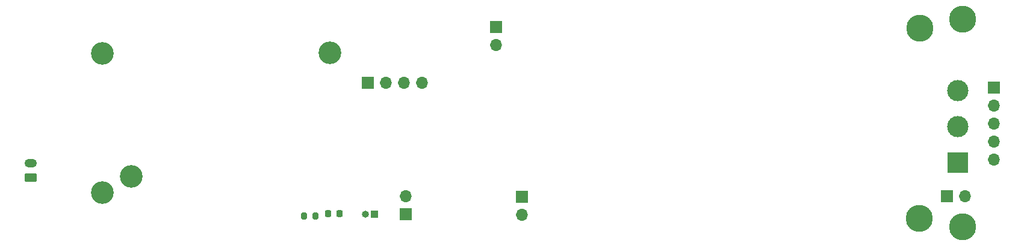
<source format=gbr>
%TF.GenerationSoftware,KiCad,Pcbnew,8.0.0*%
%TF.CreationDate,2024-09-10T23:58:07-07:00*%
%TF.ProjectId,sled,736c6564-2e6b-4696-9361-645f70636258,rev?*%
%TF.SameCoordinates,Original*%
%TF.FileFunction,Soldermask,Bot*%
%TF.FilePolarity,Negative*%
%FSLAX46Y46*%
G04 Gerber Fmt 4.6, Leading zero omitted, Abs format (unit mm)*
G04 Created by KiCad (PCBNEW 8.0.0) date 2024-09-10 23:58:07*
%MOMM*%
%LPD*%
G01*
G04 APERTURE LIST*
G04 Aperture macros list*
%AMRoundRect*
0 Rectangle with rounded corners*
0 $1 Rounding radius*
0 $2 $3 $4 $5 $6 $7 $8 $9 X,Y pos of 4 corners*
0 Add a 4 corners polygon primitive as box body*
4,1,4,$2,$3,$4,$5,$6,$7,$8,$9,$2,$3,0*
0 Add four circle primitives for the rounded corners*
1,1,$1+$1,$2,$3*
1,1,$1+$1,$4,$5*
1,1,$1+$1,$6,$7*
1,1,$1+$1,$8,$9*
0 Add four rect primitives between the rounded corners*
20,1,$1+$1,$2,$3,$4,$5,0*
20,1,$1+$1,$4,$5,$6,$7,0*
20,1,$1+$1,$6,$7,$8,$9,0*
20,1,$1+$1,$8,$9,$2,$3,0*%
G04 Aperture macros list end*
%ADD10R,1.700000X1.700000*%
%ADD11O,1.700000X1.700000*%
%ADD12R,3.000000X3.000000*%
%ADD13C,3.000000*%
%ADD14C,3.800000*%
%ADD15C,3.200000*%
%ADD16RoundRect,0.250000X0.625000X-0.350000X0.625000X0.350000X-0.625000X0.350000X-0.625000X-0.350000X0*%
%ADD17O,1.750000X1.200000*%
%ADD18RoundRect,0.218750X0.218750X0.256250X-0.218750X0.256250X-0.218750X-0.256250X0.218750X-0.256250X0*%
%ADD19RoundRect,0.200000X-0.200000X-0.275000X0.200000X-0.275000X0.200000X0.275000X-0.200000X0.275000X0*%
%ADD20R,1.000000X1.000000*%
%ADD21O,1.000000X1.000000*%
G04 APERTURE END LIST*
D10*
%TO.C,REF\u002A\u002A*%
X245033800Y-54559200D03*
D11*
X245033800Y-57099200D03*
X245033800Y-59639200D03*
X245033800Y-62179200D03*
X245033800Y-64719200D03*
%TD*%
D10*
%TO.C,SW2*%
X162306000Y-72395000D03*
D11*
X162306000Y-69855000D03*
%TD*%
D12*
%TO.C,SW5*%
X239992358Y-65114474D03*
D13*
X239992358Y-60034474D03*
X239992358Y-54954474D03*
%TD*%
D10*
%TO.C,J1*%
X175006000Y-45974000D03*
D11*
X175006000Y-48514000D03*
%TD*%
D14*
%TO.C,H9*%
X234518200Y-72999600D03*
%TD*%
%TO.C,H4*%
X240690400Y-44856400D03*
%TD*%
D15*
%TO.C,H5*%
X151685016Y-49637467D03*
%TD*%
%TO.C,H3*%
X119670447Y-69353650D03*
%TD*%
D16*
%TO.C,BT3*%
X109575000Y-67209000D03*
D17*
X109575000Y-65209000D03*
%TD*%
D10*
%TO.C,LYRA1*%
X156982000Y-53848000D03*
D11*
X159522000Y-53848000D03*
X162062000Y-53848000D03*
X164602000Y-53848000D03*
%TD*%
D10*
%TO.C,J2*%
X238450200Y-69855000D03*
D11*
X240990200Y-69855000D03*
%TD*%
D15*
%TO.C,H1*%
X119634000Y-49682400D03*
%TD*%
D10*
%TO.C,SW1*%
X178689000Y-69977000D03*
D11*
X178689000Y-72517000D03*
%TD*%
D15*
%TO.C,H2*%
X123706763Y-67109060D03*
%TD*%
D14*
%TO.C,H8*%
X240690400Y-74168000D03*
%TD*%
%TO.C,H11*%
X234619800Y-46126400D03*
%TD*%
D18*
%TO.C,D1*%
X152984300Y-72313800D03*
X151409300Y-72313800D03*
%TD*%
D19*
%TO.C,R1*%
X147996000Y-72644000D03*
X149646000Y-72644000D03*
%TD*%
D20*
%TO.C,BT2*%
X157891000Y-72390000D03*
D21*
X156621000Y-72390000D03*
%TD*%
M02*

</source>
